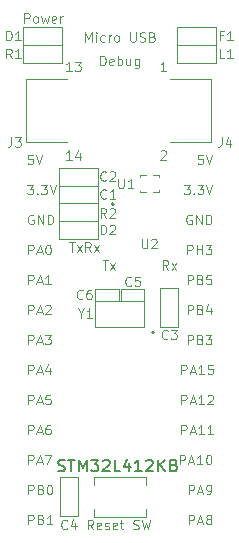
<source format=gto>
G04 #@! TF.GenerationSoftware,KiCad,Pcbnew,(5.1.9-0-10_14)*
G04 #@! TF.CreationDate,2021-06-20T22:22:13+09:00*
G04 #@! TF.ProjectId,EB-STM32L412KB,45422d53-544d-4333-924c-3431324b422e,V1.0*
G04 #@! TF.SameCoordinates,Original*
G04 #@! TF.FileFunction,Legend,Top*
G04 #@! TF.FilePolarity,Positive*
%FSLAX46Y46*%
G04 Gerber Fmt 4.6, Leading zero omitted, Abs format (unit mm)*
G04 Created by KiCad (PCBNEW (5.1.9-0-10_14)) date 2021-06-20 22:22:13*
%MOMM*%
%LPD*%
G01*
G04 APERTURE LIST*
%ADD10C,0.120000*%
%ADD11C,0.150000*%
%ADD12C,0.200000*%
G04 APERTURE END LIST*
D10*
X7046809Y438095D02*
X6665857Y438095D01*
X6627761Y57142D01*
X6665857Y95238D01*
X6742047Y133333D01*
X6932523Y133333D01*
X7008714Y95238D01*
X7046809Y57142D01*
X7084904Y-19047D01*
X7084904Y-209523D01*
X7046809Y-285714D01*
X7008714Y-323809D01*
X6932523Y-361904D01*
X6742047Y-361904D01*
X6665857Y-323809D01*
X6627761Y-285714D01*
X7313476Y438095D02*
X7580142Y-361904D01*
X7846809Y438095D01*
X5446809Y-2101904D02*
X5942047Y-2101904D01*
X5675380Y-2406666D01*
X5789666Y-2406666D01*
X5865857Y-2444761D01*
X5903952Y-2482857D01*
X5942047Y-2559047D01*
X5942047Y-2749523D01*
X5903952Y-2825714D01*
X5865857Y-2863809D01*
X5789666Y-2901904D01*
X5561095Y-2901904D01*
X5484904Y-2863809D01*
X5446809Y-2825714D01*
X6284904Y-2825714D02*
X6323000Y-2863809D01*
X6284904Y-2901904D01*
X6246809Y-2863809D01*
X6284904Y-2825714D01*
X6284904Y-2901904D01*
X6589666Y-2101904D02*
X7084904Y-2101904D01*
X6818238Y-2406666D01*
X6932523Y-2406666D01*
X7008714Y-2444761D01*
X7046809Y-2482857D01*
X7084904Y-2559047D01*
X7084904Y-2749523D01*
X7046809Y-2825714D01*
X7008714Y-2863809D01*
X6932523Y-2901904D01*
X6703952Y-2901904D01*
X6627761Y-2863809D01*
X6589666Y-2825714D01*
X7313476Y-2101904D02*
X7580142Y-2901904D01*
X7846809Y-2101904D01*
X6094428Y-4680000D02*
X6018238Y-4641904D01*
X5903952Y-4641904D01*
X5789666Y-4680000D01*
X5713476Y-4756190D01*
X5675380Y-4832380D01*
X5637285Y-4984761D01*
X5637285Y-5099047D01*
X5675380Y-5251428D01*
X5713476Y-5327619D01*
X5789666Y-5403809D01*
X5903952Y-5441904D01*
X5980142Y-5441904D01*
X6094428Y-5403809D01*
X6132523Y-5365714D01*
X6132523Y-5099047D01*
X5980142Y-5099047D01*
X6475380Y-5441904D02*
X6475380Y-4641904D01*
X6932523Y-5441904D01*
X6932523Y-4641904D01*
X7313476Y-5441904D02*
X7313476Y-4641904D01*
X7503952Y-4641904D01*
X7618238Y-4680000D01*
X7694428Y-4756190D01*
X7732523Y-4832380D01*
X7770619Y-4984761D01*
X7770619Y-5099047D01*
X7732523Y-5251428D01*
X7694428Y-5327619D01*
X7618238Y-5403809D01*
X7503952Y-5441904D01*
X7313476Y-5441904D01*
X5713476Y-7981904D02*
X5713476Y-7181904D01*
X6018238Y-7181904D01*
X6094428Y-7220000D01*
X6132523Y-7258095D01*
X6170619Y-7334285D01*
X6170619Y-7448571D01*
X6132523Y-7524761D01*
X6094428Y-7562857D01*
X6018238Y-7600952D01*
X5713476Y-7600952D01*
X6513476Y-7981904D02*
X6513476Y-7181904D01*
X6513476Y-7562857D02*
X6970619Y-7562857D01*
X6970619Y-7981904D02*
X6970619Y-7181904D01*
X7275380Y-7181904D02*
X7770619Y-7181904D01*
X7503952Y-7486666D01*
X7618238Y-7486666D01*
X7694428Y-7524761D01*
X7732523Y-7562857D01*
X7770619Y-7639047D01*
X7770619Y-7829523D01*
X7732523Y-7905714D01*
X7694428Y-7943809D01*
X7618238Y-7981904D01*
X7389666Y-7981904D01*
X7313476Y-7943809D01*
X7275380Y-7905714D01*
X5751571Y-10521904D02*
X5751571Y-9721904D01*
X6056333Y-9721904D01*
X6132523Y-9760000D01*
X6170619Y-9798095D01*
X6208714Y-9874285D01*
X6208714Y-9988571D01*
X6170619Y-10064761D01*
X6132523Y-10102857D01*
X6056333Y-10140952D01*
X5751571Y-10140952D01*
X6818238Y-10102857D02*
X6932523Y-10140952D01*
X6970619Y-10179047D01*
X7008714Y-10255238D01*
X7008714Y-10369523D01*
X6970619Y-10445714D01*
X6932523Y-10483809D01*
X6856333Y-10521904D01*
X6551571Y-10521904D01*
X6551571Y-9721904D01*
X6818238Y-9721904D01*
X6894428Y-9760000D01*
X6932523Y-9798095D01*
X6970619Y-9874285D01*
X6970619Y-9950476D01*
X6932523Y-10026666D01*
X6894428Y-10064761D01*
X6818238Y-10102857D01*
X6551571Y-10102857D01*
X7732523Y-9721904D02*
X7351571Y-9721904D01*
X7313476Y-10102857D01*
X7351571Y-10064761D01*
X7427761Y-10026666D01*
X7618238Y-10026666D01*
X7694428Y-10064761D01*
X7732523Y-10102857D01*
X7770619Y-10179047D01*
X7770619Y-10369523D01*
X7732523Y-10445714D01*
X7694428Y-10483809D01*
X7618238Y-10521904D01*
X7427761Y-10521904D01*
X7351571Y-10483809D01*
X7313476Y-10445714D01*
X5751571Y-13061904D02*
X5751571Y-12261904D01*
X6056333Y-12261904D01*
X6132523Y-12300000D01*
X6170619Y-12338095D01*
X6208714Y-12414285D01*
X6208714Y-12528571D01*
X6170619Y-12604761D01*
X6132523Y-12642857D01*
X6056333Y-12680952D01*
X5751571Y-12680952D01*
X6818238Y-12642857D02*
X6932523Y-12680952D01*
X6970619Y-12719047D01*
X7008714Y-12795238D01*
X7008714Y-12909523D01*
X6970619Y-12985714D01*
X6932523Y-13023809D01*
X6856333Y-13061904D01*
X6551571Y-13061904D01*
X6551571Y-12261904D01*
X6818238Y-12261904D01*
X6894428Y-12300000D01*
X6932523Y-12338095D01*
X6970619Y-12414285D01*
X6970619Y-12490476D01*
X6932523Y-12566666D01*
X6894428Y-12604761D01*
X6818238Y-12642857D01*
X6551571Y-12642857D01*
X7694428Y-12528571D02*
X7694428Y-13061904D01*
X7503952Y-12223809D02*
X7313476Y-12795238D01*
X7808714Y-12795238D01*
X5751571Y-15601904D02*
X5751571Y-14801904D01*
X6056333Y-14801904D01*
X6132523Y-14840000D01*
X6170619Y-14878095D01*
X6208714Y-14954285D01*
X6208714Y-15068571D01*
X6170619Y-15144761D01*
X6132523Y-15182857D01*
X6056333Y-15220952D01*
X5751571Y-15220952D01*
X6818238Y-15182857D02*
X6932523Y-15220952D01*
X6970619Y-15259047D01*
X7008714Y-15335238D01*
X7008714Y-15449523D01*
X6970619Y-15525714D01*
X6932523Y-15563809D01*
X6856333Y-15601904D01*
X6551571Y-15601904D01*
X6551571Y-14801904D01*
X6818238Y-14801904D01*
X6894428Y-14840000D01*
X6932523Y-14878095D01*
X6970619Y-14954285D01*
X6970619Y-15030476D01*
X6932523Y-15106666D01*
X6894428Y-15144761D01*
X6818238Y-15182857D01*
X6551571Y-15182857D01*
X7275380Y-14801904D02*
X7770619Y-14801904D01*
X7503952Y-15106666D01*
X7618238Y-15106666D01*
X7694428Y-15144761D01*
X7732523Y-15182857D01*
X7770619Y-15259047D01*
X7770619Y-15449523D01*
X7732523Y-15525714D01*
X7694428Y-15563809D01*
X7618238Y-15601904D01*
X7389666Y-15601904D01*
X7313476Y-15563809D01*
X7275380Y-15525714D01*
X5230952Y-18141904D02*
X5230952Y-17341904D01*
X5535714Y-17341904D01*
X5611904Y-17380000D01*
X5650000Y-17418095D01*
X5688095Y-17494285D01*
X5688095Y-17608571D01*
X5650000Y-17684761D01*
X5611904Y-17722857D01*
X5535714Y-17760952D01*
X5230952Y-17760952D01*
X5992857Y-17913333D02*
X6373809Y-17913333D01*
X5916666Y-18141904D02*
X6183333Y-17341904D01*
X6450000Y-18141904D01*
X7135714Y-18141904D02*
X6678571Y-18141904D01*
X6907142Y-18141904D02*
X6907142Y-17341904D01*
X6830952Y-17456190D01*
X6754761Y-17532380D01*
X6678571Y-17570476D01*
X7859523Y-17341904D02*
X7478571Y-17341904D01*
X7440476Y-17722857D01*
X7478571Y-17684761D01*
X7554761Y-17646666D01*
X7745238Y-17646666D01*
X7821428Y-17684761D01*
X7859523Y-17722857D01*
X7897619Y-17799047D01*
X7897619Y-17989523D01*
X7859523Y-18065714D01*
X7821428Y-18103809D01*
X7745238Y-18141904D01*
X7554761Y-18141904D01*
X7478571Y-18103809D01*
X7440476Y-18065714D01*
X5230952Y-20681904D02*
X5230952Y-19881904D01*
X5535714Y-19881904D01*
X5611904Y-19920000D01*
X5650000Y-19958095D01*
X5688095Y-20034285D01*
X5688095Y-20148571D01*
X5650000Y-20224761D01*
X5611904Y-20262857D01*
X5535714Y-20300952D01*
X5230952Y-20300952D01*
X5992857Y-20453333D02*
X6373809Y-20453333D01*
X5916666Y-20681904D02*
X6183333Y-19881904D01*
X6450000Y-20681904D01*
X7135714Y-20681904D02*
X6678571Y-20681904D01*
X6907142Y-20681904D02*
X6907142Y-19881904D01*
X6830952Y-19996190D01*
X6754761Y-20072380D01*
X6678571Y-20110476D01*
X7440476Y-19958095D02*
X7478571Y-19920000D01*
X7554761Y-19881904D01*
X7745238Y-19881904D01*
X7821428Y-19920000D01*
X7859523Y-19958095D01*
X7897619Y-20034285D01*
X7897619Y-20110476D01*
X7859523Y-20224761D01*
X7402380Y-20681904D01*
X7897619Y-20681904D01*
X5230952Y-23221904D02*
X5230952Y-22421904D01*
X5535714Y-22421904D01*
X5611904Y-22460000D01*
X5650000Y-22498095D01*
X5688095Y-22574285D01*
X5688095Y-22688571D01*
X5650000Y-22764761D01*
X5611904Y-22802857D01*
X5535714Y-22840952D01*
X5230952Y-22840952D01*
X5992857Y-22993333D02*
X6373809Y-22993333D01*
X5916666Y-23221904D02*
X6183333Y-22421904D01*
X6450000Y-23221904D01*
X7135714Y-23221904D02*
X6678571Y-23221904D01*
X6907142Y-23221904D02*
X6907142Y-22421904D01*
X6830952Y-22536190D01*
X6754761Y-22612380D01*
X6678571Y-22650476D01*
X7897619Y-23221904D02*
X7440476Y-23221904D01*
X7669047Y-23221904D02*
X7669047Y-22421904D01*
X7592857Y-22536190D01*
X7516666Y-22612380D01*
X7440476Y-22650476D01*
X5103952Y-25761904D02*
X5103952Y-24961904D01*
X5408714Y-24961904D01*
X5484904Y-25000000D01*
X5523000Y-25038095D01*
X5561095Y-25114285D01*
X5561095Y-25228571D01*
X5523000Y-25304761D01*
X5484904Y-25342857D01*
X5408714Y-25380952D01*
X5103952Y-25380952D01*
X5865857Y-25533333D02*
X6246809Y-25533333D01*
X5789666Y-25761904D02*
X6056333Y-24961904D01*
X6323000Y-25761904D01*
X7008714Y-25761904D02*
X6551571Y-25761904D01*
X6780142Y-25761904D02*
X6780142Y-24961904D01*
X6703952Y-25076190D01*
X6627761Y-25152380D01*
X6551571Y-25190476D01*
X7503952Y-24961904D02*
X7580142Y-24961904D01*
X7656333Y-25000000D01*
X7694428Y-25038095D01*
X7732523Y-25114285D01*
X7770619Y-25266666D01*
X7770619Y-25457142D01*
X7732523Y-25609523D01*
X7694428Y-25685714D01*
X7656333Y-25723809D01*
X7580142Y-25761904D01*
X7503952Y-25761904D01*
X7427761Y-25723809D01*
X7389666Y-25685714D01*
X7351571Y-25609523D01*
X7313476Y-25457142D01*
X7313476Y-25266666D01*
X7351571Y-25114285D01*
X7389666Y-25038095D01*
X7427761Y-25000000D01*
X7503952Y-24961904D01*
X5865857Y-28301904D02*
X5865857Y-27501904D01*
X6170619Y-27501904D01*
X6246809Y-27540000D01*
X6284904Y-27578095D01*
X6323000Y-27654285D01*
X6323000Y-27768571D01*
X6284904Y-27844761D01*
X6246809Y-27882857D01*
X6170619Y-27920952D01*
X5865857Y-27920952D01*
X6627761Y-28073333D02*
X7008714Y-28073333D01*
X6551571Y-28301904D02*
X6818238Y-27501904D01*
X7084904Y-28301904D01*
X7389666Y-28301904D02*
X7542047Y-28301904D01*
X7618238Y-28263809D01*
X7656333Y-28225714D01*
X7732523Y-28111428D01*
X7770619Y-27959047D01*
X7770619Y-27654285D01*
X7732523Y-27578095D01*
X7694428Y-27540000D01*
X7618238Y-27501904D01*
X7465857Y-27501904D01*
X7389666Y-27540000D01*
X7351571Y-27578095D01*
X7313476Y-27654285D01*
X7313476Y-27844761D01*
X7351571Y-27920952D01*
X7389666Y-27959047D01*
X7465857Y-27997142D01*
X7618238Y-27997142D01*
X7694428Y-27959047D01*
X7732523Y-27920952D01*
X7770619Y-27844761D01*
X5865857Y-30841904D02*
X5865857Y-30041904D01*
X6170619Y-30041904D01*
X6246809Y-30080000D01*
X6284904Y-30118095D01*
X6323000Y-30194285D01*
X6323000Y-30308571D01*
X6284904Y-30384761D01*
X6246809Y-30422857D01*
X6170619Y-30460952D01*
X5865857Y-30460952D01*
X6627761Y-30613333D02*
X7008714Y-30613333D01*
X6551571Y-30841904D02*
X6818238Y-30041904D01*
X7084904Y-30841904D01*
X7465857Y-30384761D02*
X7389666Y-30346666D01*
X7351571Y-30308571D01*
X7313476Y-30232380D01*
X7313476Y-30194285D01*
X7351571Y-30118095D01*
X7389666Y-30080000D01*
X7465857Y-30041904D01*
X7618238Y-30041904D01*
X7694428Y-30080000D01*
X7732523Y-30118095D01*
X7770619Y-30194285D01*
X7770619Y-30232380D01*
X7732523Y-30308571D01*
X7694428Y-30346666D01*
X7618238Y-30384761D01*
X7465857Y-30384761D01*
X7389666Y-30422857D01*
X7351571Y-30460952D01*
X7313476Y-30537142D01*
X7313476Y-30689523D01*
X7351571Y-30765714D01*
X7389666Y-30803809D01*
X7465857Y-30841904D01*
X7618238Y-30841904D01*
X7694428Y-30803809D01*
X7732523Y-30765714D01*
X7770619Y-30689523D01*
X7770619Y-30537142D01*
X7732523Y-30460952D01*
X7694428Y-30422857D01*
X7618238Y-30384761D01*
X-7732523Y-30841904D02*
X-7732523Y-30041904D01*
X-7427761Y-30041904D01*
X-7351571Y-30080000D01*
X-7313476Y-30118095D01*
X-7275380Y-30194285D01*
X-7275380Y-30308571D01*
X-7313476Y-30384761D01*
X-7351571Y-30422857D01*
X-7427761Y-30460952D01*
X-7732523Y-30460952D01*
X-6665857Y-30422857D02*
X-6551571Y-30460952D01*
X-6513476Y-30499047D01*
X-6475380Y-30575238D01*
X-6475380Y-30689523D01*
X-6513476Y-30765714D01*
X-6551571Y-30803809D01*
X-6627761Y-30841904D01*
X-6932523Y-30841904D01*
X-6932523Y-30041904D01*
X-6665857Y-30041904D01*
X-6589666Y-30080000D01*
X-6551571Y-30118095D01*
X-6513476Y-30194285D01*
X-6513476Y-30270476D01*
X-6551571Y-30346666D01*
X-6589666Y-30384761D01*
X-6665857Y-30422857D01*
X-6932523Y-30422857D01*
X-5713476Y-30841904D02*
X-6170619Y-30841904D01*
X-5942047Y-30841904D02*
X-5942047Y-30041904D01*
X-6018238Y-30156190D01*
X-6094428Y-30232380D01*
X-6170619Y-30270476D01*
X-7732523Y-28301904D02*
X-7732523Y-27501904D01*
X-7427761Y-27501904D01*
X-7351571Y-27540000D01*
X-7313476Y-27578095D01*
X-7275380Y-27654285D01*
X-7275380Y-27768571D01*
X-7313476Y-27844761D01*
X-7351571Y-27882857D01*
X-7427761Y-27920952D01*
X-7732523Y-27920952D01*
X-6665857Y-27882857D02*
X-6551571Y-27920952D01*
X-6513476Y-27959047D01*
X-6475380Y-28035238D01*
X-6475380Y-28149523D01*
X-6513476Y-28225714D01*
X-6551571Y-28263809D01*
X-6627761Y-28301904D01*
X-6932523Y-28301904D01*
X-6932523Y-27501904D01*
X-6665857Y-27501904D01*
X-6589666Y-27540000D01*
X-6551571Y-27578095D01*
X-6513476Y-27654285D01*
X-6513476Y-27730476D01*
X-6551571Y-27806666D01*
X-6589666Y-27844761D01*
X-6665857Y-27882857D01*
X-6932523Y-27882857D01*
X-5980142Y-27501904D02*
X-5903952Y-27501904D01*
X-5827761Y-27540000D01*
X-5789666Y-27578095D01*
X-5751571Y-27654285D01*
X-5713476Y-27806666D01*
X-5713476Y-27997142D01*
X-5751571Y-28149523D01*
X-5789666Y-28225714D01*
X-5827761Y-28263809D01*
X-5903952Y-28301904D01*
X-5980142Y-28301904D01*
X-6056333Y-28263809D01*
X-6094428Y-28225714D01*
X-6132523Y-28149523D01*
X-6170619Y-27997142D01*
X-6170619Y-27806666D01*
X-6132523Y-27654285D01*
X-6094428Y-27578095D01*
X-6056333Y-27540000D01*
X-5980142Y-27501904D01*
X-7732523Y-25761904D02*
X-7732523Y-24961904D01*
X-7427761Y-24961904D01*
X-7351571Y-25000000D01*
X-7313476Y-25038095D01*
X-7275380Y-25114285D01*
X-7275380Y-25228571D01*
X-7313476Y-25304761D01*
X-7351571Y-25342857D01*
X-7427761Y-25380952D01*
X-7732523Y-25380952D01*
X-6970619Y-25533333D02*
X-6589666Y-25533333D01*
X-7046809Y-25761904D02*
X-6780142Y-24961904D01*
X-6513476Y-25761904D01*
X-6323000Y-24961904D02*
X-5789666Y-24961904D01*
X-6132523Y-25761904D01*
X-7732523Y-23221904D02*
X-7732523Y-22421904D01*
X-7427761Y-22421904D01*
X-7351571Y-22460000D01*
X-7313476Y-22498095D01*
X-7275380Y-22574285D01*
X-7275380Y-22688571D01*
X-7313476Y-22764761D01*
X-7351571Y-22802857D01*
X-7427761Y-22840952D01*
X-7732523Y-22840952D01*
X-6970619Y-22993333D02*
X-6589666Y-22993333D01*
X-7046809Y-23221904D02*
X-6780142Y-22421904D01*
X-6513476Y-23221904D01*
X-5903952Y-22421904D02*
X-6056333Y-22421904D01*
X-6132523Y-22460000D01*
X-6170619Y-22498095D01*
X-6246809Y-22612380D01*
X-6284904Y-22764761D01*
X-6284904Y-23069523D01*
X-6246809Y-23145714D01*
X-6208714Y-23183809D01*
X-6132523Y-23221904D01*
X-5980142Y-23221904D01*
X-5903952Y-23183809D01*
X-5865857Y-23145714D01*
X-5827761Y-23069523D01*
X-5827761Y-22879047D01*
X-5865857Y-22802857D01*
X-5903952Y-22764761D01*
X-5980142Y-22726666D01*
X-6132523Y-22726666D01*
X-6208714Y-22764761D01*
X-6246809Y-22802857D01*
X-6284904Y-22879047D01*
X-7732523Y-20681904D02*
X-7732523Y-19881904D01*
X-7427761Y-19881904D01*
X-7351571Y-19920000D01*
X-7313476Y-19958095D01*
X-7275380Y-20034285D01*
X-7275380Y-20148571D01*
X-7313476Y-20224761D01*
X-7351571Y-20262857D01*
X-7427761Y-20300952D01*
X-7732523Y-20300952D01*
X-6970619Y-20453333D02*
X-6589666Y-20453333D01*
X-7046809Y-20681904D02*
X-6780142Y-19881904D01*
X-6513476Y-20681904D01*
X-5865857Y-19881904D02*
X-6246809Y-19881904D01*
X-6284904Y-20262857D01*
X-6246809Y-20224761D01*
X-6170619Y-20186666D01*
X-5980142Y-20186666D01*
X-5903952Y-20224761D01*
X-5865857Y-20262857D01*
X-5827761Y-20339047D01*
X-5827761Y-20529523D01*
X-5865857Y-20605714D01*
X-5903952Y-20643809D01*
X-5980142Y-20681904D01*
X-6170619Y-20681904D01*
X-6246809Y-20643809D01*
X-6284904Y-20605714D01*
X-7732523Y-18141904D02*
X-7732523Y-17341904D01*
X-7427761Y-17341904D01*
X-7351571Y-17380000D01*
X-7313476Y-17418095D01*
X-7275380Y-17494285D01*
X-7275380Y-17608571D01*
X-7313476Y-17684761D01*
X-7351571Y-17722857D01*
X-7427761Y-17760952D01*
X-7732523Y-17760952D01*
X-6970619Y-17913333D02*
X-6589666Y-17913333D01*
X-7046809Y-18141904D02*
X-6780142Y-17341904D01*
X-6513476Y-18141904D01*
X-5903952Y-17608571D02*
X-5903952Y-18141904D01*
X-6094428Y-17303809D02*
X-6284904Y-17875238D01*
X-5789666Y-17875238D01*
X-7732523Y-15601904D02*
X-7732523Y-14801904D01*
X-7427761Y-14801904D01*
X-7351571Y-14840000D01*
X-7313476Y-14878095D01*
X-7275380Y-14954285D01*
X-7275380Y-15068571D01*
X-7313476Y-15144761D01*
X-7351571Y-15182857D01*
X-7427761Y-15220952D01*
X-7732523Y-15220952D01*
X-6970619Y-15373333D02*
X-6589666Y-15373333D01*
X-7046809Y-15601904D02*
X-6780142Y-14801904D01*
X-6513476Y-15601904D01*
X-6323000Y-14801904D02*
X-5827761Y-14801904D01*
X-6094428Y-15106666D01*
X-5980142Y-15106666D01*
X-5903952Y-15144761D01*
X-5865857Y-15182857D01*
X-5827761Y-15259047D01*
X-5827761Y-15449523D01*
X-5865857Y-15525714D01*
X-5903952Y-15563809D01*
X-5980142Y-15601904D01*
X-6208714Y-15601904D01*
X-6284904Y-15563809D01*
X-6323000Y-15525714D01*
X-7732523Y-13061904D02*
X-7732523Y-12261904D01*
X-7427761Y-12261904D01*
X-7351571Y-12300000D01*
X-7313476Y-12338095D01*
X-7275380Y-12414285D01*
X-7275380Y-12528571D01*
X-7313476Y-12604761D01*
X-7351571Y-12642857D01*
X-7427761Y-12680952D01*
X-7732523Y-12680952D01*
X-6970619Y-12833333D02*
X-6589666Y-12833333D01*
X-7046809Y-13061904D02*
X-6780142Y-12261904D01*
X-6513476Y-13061904D01*
X-6284904Y-12338095D02*
X-6246809Y-12300000D01*
X-6170619Y-12261904D01*
X-5980142Y-12261904D01*
X-5903952Y-12300000D01*
X-5865857Y-12338095D01*
X-5827761Y-12414285D01*
X-5827761Y-12490476D01*
X-5865857Y-12604761D01*
X-6323000Y-13061904D01*
X-5827761Y-13061904D01*
X-7732523Y-10521904D02*
X-7732523Y-9721904D01*
X-7427761Y-9721904D01*
X-7351571Y-9760000D01*
X-7313476Y-9798095D01*
X-7275380Y-9874285D01*
X-7275380Y-9988571D01*
X-7313476Y-10064761D01*
X-7351571Y-10102857D01*
X-7427761Y-10140952D01*
X-7732523Y-10140952D01*
X-6970619Y-10293333D02*
X-6589666Y-10293333D01*
X-7046809Y-10521904D02*
X-6780142Y-9721904D01*
X-6513476Y-10521904D01*
X-5827761Y-10521904D02*
X-6284904Y-10521904D01*
X-6056333Y-10521904D02*
X-6056333Y-9721904D01*
X-6132523Y-9836190D01*
X-6208714Y-9912380D01*
X-6284904Y-9950476D01*
X-7732523Y-7981904D02*
X-7732523Y-7181904D01*
X-7427761Y-7181904D01*
X-7351571Y-7220000D01*
X-7313476Y-7258095D01*
X-7275380Y-7334285D01*
X-7275380Y-7448571D01*
X-7313476Y-7524761D01*
X-7351571Y-7562857D01*
X-7427761Y-7600952D01*
X-7732523Y-7600952D01*
X-6970619Y-7753333D02*
X-6589666Y-7753333D01*
X-7046809Y-7981904D02*
X-6780142Y-7181904D01*
X-6513476Y-7981904D01*
X-6094428Y-7181904D02*
X-6018238Y-7181904D01*
X-5942047Y-7220000D01*
X-5903952Y-7258095D01*
X-5865857Y-7334285D01*
X-5827761Y-7486666D01*
X-5827761Y-7677142D01*
X-5865857Y-7829523D01*
X-5903952Y-7905714D01*
X-5942047Y-7943809D01*
X-6018238Y-7981904D01*
X-6094428Y-7981904D01*
X-6170619Y-7943809D01*
X-6208714Y-7905714D01*
X-6246809Y-7829523D01*
X-6284904Y-7677142D01*
X-6284904Y-7486666D01*
X-6246809Y-7334285D01*
X-6208714Y-7258095D01*
X-6170619Y-7220000D01*
X-6094428Y-7181904D01*
X-7313476Y-4680000D02*
X-7389666Y-4641904D01*
X-7503952Y-4641904D01*
X-7618238Y-4680000D01*
X-7694428Y-4756190D01*
X-7732523Y-4832380D01*
X-7770619Y-4984761D01*
X-7770619Y-5099047D01*
X-7732523Y-5251428D01*
X-7694428Y-5327619D01*
X-7618238Y-5403809D01*
X-7503952Y-5441904D01*
X-7427761Y-5441904D01*
X-7313476Y-5403809D01*
X-7275380Y-5365714D01*
X-7275380Y-5099047D01*
X-7427761Y-5099047D01*
X-6932523Y-5441904D02*
X-6932523Y-4641904D01*
X-6475380Y-5441904D01*
X-6475380Y-4641904D01*
X-6094428Y-5441904D02*
X-6094428Y-4641904D01*
X-5903952Y-4641904D01*
X-5789666Y-4680000D01*
X-5713476Y-4756190D01*
X-5675380Y-4832380D01*
X-5637285Y-4984761D01*
X-5637285Y-5099047D01*
X-5675380Y-5251428D01*
X-5713476Y-5327619D01*
X-5789666Y-5403809D01*
X-5903952Y-5441904D01*
X-6094428Y-5441904D01*
X-7808714Y-2101904D02*
X-7313476Y-2101904D01*
X-7580142Y-2406666D01*
X-7465857Y-2406666D01*
X-7389666Y-2444761D01*
X-7351571Y-2482857D01*
X-7313476Y-2559047D01*
X-7313476Y-2749523D01*
X-7351571Y-2825714D01*
X-7389666Y-2863809D01*
X-7465857Y-2901904D01*
X-7694428Y-2901904D01*
X-7770619Y-2863809D01*
X-7808714Y-2825714D01*
X-6970619Y-2825714D02*
X-6932523Y-2863809D01*
X-6970619Y-2901904D01*
X-7008714Y-2863809D01*
X-6970619Y-2825714D01*
X-6970619Y-2901904D01*
X-6665857Y-2101904D02*
X-6170619Y-2101904D01*
X-6437285Y-2406666D01*
X-6323000Y-2406666D01*
X-6246809Y-2444761D01*
X-6208714Y-2482857D01*
X-6170619Y-2559047D01*
X-6170619Y-2749523D01*
X-6208714Y-2825714D01*
X-6246809Y-2863809D01*
X-6323000Y-2901904D01*
X-6551571Y-2901904D01*
X-6627761Y-2863809D01*
X-6665857Y-2825714D01*
X-5942047Y-2101904D02*
X-5675380Y-2901904D01*
X-5408714Y-2101904D01*
X-7351571Y438095D02*
X-7732523Y438095D01*
X-7770619Y57142D01*
X-7732523Y95238D01*
X-7656333Y133333D01*
X-7465857Y133333D01*
X-7389666Y95238D01*
X-7351571Y57142D01*
X-7313476Y-19047D01*
X-7313476Y-209523D01*
X-7351571Y-285714D01*
X-7389666Y-323809D01*
X-7465857Y-361904D01*
X-7656333Y-361904D01*
X-7732523Y-323809D01*
X-7770619Y-285714D01*
X-7084904Y438095D02*
X-6818238Y-361904D01*
X-6551571Y438095D01*
D11*
X-5223809Y-26304761D02*
X-5080952Y-26352380D01*
X-4842857Y-26352380D01*
X-4747619Y-26304761D01*
X-4700000Y-26257142D01*
X-4652380Y-26161904D01*
X-4652380Y-26066666D01*
X-4700000Y-25971428D01*
X-4747619Y-25923809D01*
X-4842857Y-25876190D01*
X-5033333Y-25828571D01*
X-5128571Y-25780952D01*
X-5176190Y-25733333D01*
X-5223809Y-25638095D01*
X-5223809Y-25542857D01*
X-5176190Y-25447619D01*
X-5128571Y-25400000D01*
X-5033333Y-25352380D01*
X-4795238Y-25352380D01*
X-4652380Y-25400000D01*
X-4366666Y-25352380D02*
X-3795238Y-25352380D01*
X-4080952Y-26352380D02*
X-4080952Y-25352380D01*
X-3461904Y-26352380D02*
X-3461904Y-25352380D01*
X-3128571Y-26066666D01*
X-2795238Y-25352380D01*
X-2795238Y-26352380D01*
X-2414285Y-25352380D02*
X-1795238Y-25352380D01*
X-2128571Y-25733333D01*
X-1985714Y-25733333D01*
X-1890476Y-25780952D01*
X-1842857Y-25828571D01*
X-1795238Y-25923809D01*
X-1795238Y-26161904D01*
X-1842857Y-26257142D01*
X-1890476Y-26304761D01*
X-1985714Y-26352380D01*
X-2271428Y-26352380D01*
X-2366666Y-26304761D01*
X-2414285Y-26257142D01*
X-1414285Y-25447619D02*
X-1366666Y-25400000D01*
X-1271428Y-25352380D01*
X-1033333Y-25352380D01*
X-938095Y-25400000D01*
X-890476Y-25447619D01*
X-842857Y-25542857D01*
X-842857Y-25638095D01*
X-890476Y-25780952D01*
X-1461904Y-26352380D01*
X-842857Y-26352380D01*
X61904Y-26352380D02*
X-414285Y-26352380D01*
X-414285Y-25352380D01*
X823809Y-25685714D02*
X823809Y-26352380D01*
X585714Y-25304761D02*
X347619Y-26019047D01*
X966666Y-26019047D01*
X1871428Y-26352380D02*
X1299999Y-26352380D01*
X1585714Y-26352380D02*
X1585714Y-25352380D01*
X1490476Y-25495238D01*
X1395238Y-25590476D01*
X1299999Y-25638095D01*
X2252380Y-25447619D02*
X2299999Y-25400000D01*
X2395238Y-25352380D01*
X2633333Y-25352380D01*
X2728571Y-25400000D01*
X2776190Y-25447619D01*
X2823809Y-25542857D01*
X2823809Y-25638095D01*
X2776190Y-25780952D01*
X2204761Y-26352380D01*
X2823809Y-26352380D01*
X3252380Y-26352380D02*
X3252380Y-25352380D01*
X3823809Y-26352380D02*
X3395238Y-25780952D01*
X3823809Y-25352380D02*
X3252380Y-25923809D01*
X4585714Y-25828571D02*
X4728571Y-25876190D01*
X4776190Y-25923809D01*
X4823809Y-26019047D01*
X4823809Y-26161904D01*
X4776190Y-26257142D01*
X4728571Y-26304761D01*
X4633333Y-26352380D01*
X4252380Y-26352380D01*
X4252380Y-25352380D01*
X4585714Y-25352380D01*
X4680952Y-25400000D01*
X4728571Y-25447619D01*
X4776190Y-25542857D01*
X4776190Y-25638095D01*
X4728571Y-25733333D01*
X4680952Y-25780952D01*
X4585714Y-25828571D01*
X4252380Y-25828571D01*
D10*
X4123809Y-9261904D02*
X3857142Y-8880952D01*
X3666666Y-9261904D02*
X3666666Y-8461904D01*
X3971428Y-8461904D01*
X4047619Y-8500000D01*
X4085714Y-8538095D01*
X4123809Y-8614285D01*
X4123809Y-8728571D01*
X4085714Y-8804761D01*
X4047619Y-8842857D01*
X3971428Y-8880952D01*
X3666666Y-8880952D01*
X4390476Y-9261904D02*
X4809523Y-8728571D01*
X4390476Y-8728571D02*
X4809523Y-9261904D01*
X-1452380Y-8461904D02*
X-995238Y-8461904D01*
X-1223809Y-9261904D02*
X-1223809Y-8461904D01*
X-804761Y-9261904D02*
X-385714Y-8728571D01*
X-804761Y-8728571D02*
X-385714Y-9261904D01*
X-4276190Y-6961904D02*
X-3819047Y-6961904D01*
X-4047619Y-7761904D02*
X-4047619Y-6961904D01*
X-3628571Y-7761904D02*
X-3209523Y-7228571D01*
X-3628571Y-7228571D02*
X-3209523Y-7761904D01*
X-2447619Y-7761904D02*
X-2714285Y-7380952D01*
X-2904761Y-7761904D02*
X-2904761Y-6961904D01*
X-2600000Y-6961904D01*
X-2523809Y-7000000D01*
X-2485714Y-7038095D01*
X-2447619Y-7114285D01*
X-2447619Y-7228571D01*
X-2485714Y-7304761D01*
X-2523809Y-7342857D01*
X-2600000Y-7380952D01*
X-2904761Y-7380952D01*
X-2180952Y-7761904D02*
X-1761904Y-7228571D01*
X-2180952Y-7228571D02*
X-1761904Y-7761904D01*
X-8080952Y11638095D02*
X-8080952Y12438095D01*
X-7776190Y12438095D01*
X-7700000Y12400000D01*
X-7661904Y12361904D01*
X-7623809Y12285714D01*
X-7623809Y12171428D01*
X-7661904Y12095238D01*
X-7700000Y12057142D01*
X-7776190Y12019047D01*
X-8080952Y12019047D01*
X-7166666Y11638095D02*
X-7242857Y11676190D01*
X-7280952Y11714285D01*
X-7319047Y11790476D01*
X-7319047Y12019047D01*
X-7280952Y12095238D01*
X-7242857Y12133333D01*
X-7166666Y12171428D01*
X-7052380Y12171428D01*
X-6976190Y12133333D01*
X-6938095Y12095238D01*
X-6900000Y12019047D01*
X-6900000Y11790476D01*
X-6938095Y11714285D01*
X-6976190Y11676190D01*
X-7052380Y11638095D01*
X-7166666Y11638095D01*
X-6633333Y12171428D02*
X-6480952Y11638095D01*
X-6328571Y12019047D01*
X-6176190Y11638095D01*
X-6023809Y12171428D01*
X-5414285Y11676190D02*
X-5490476Y11638095D01*
X-5642857Y11638095D01*
X-5719047Y11676190D01*
X-5757142Y11752380D01*
X-5757142Y12057142D01*
X-5719047Y12133333D01*
X-5642857Y12171428D01*
X-5490476Y12171428D01*
X-5414285Y12133333D01*
X-5376190Y12057142D01*
X-5376190Y11980952D01*
X-5757142Y11904761D01*
X-5033333Y11638095D02*
X-5033333Y12171428D01*
X-5033333Y12019047D02*
X-4995238Y12095238D01*
X-4957142Y12133333D01*
X-4880952Y12171428D01*
X-4804761Y12171428D01*
X-2233333Y-31261904D02*
X-2500000Y-30880952D01*
X-2690476Y-31261904D02*
X-2690476Y-30461904D01*
X-2385714Y-30461904D01*
X-2309523Y-30500000D01*
X-2271428Y-30538095D01*
X-2233333Y-30614285D01*
X-2233333Y-30728571D01*
X-2271428Y-30804761D01*
X-2309523Y-30842857D01*
X-2385714Y-30880952D01*
X-2690476Y-30880952D01*
X-1585714Y-31223809D02*
X-1661904Y-31261904D01*
X-1814285Y-31261904D01*
X-1890476Y-31223809D01*
X-1928571Y-31147619D01*
X-1928571Y-30842857D01*
X-1890476Y-30766666D01*
X-1814285Y-30728571D01*
X-1661904Y-30728571D01*
X-1585714Y-30766666D01*
X-1547619Y-30842857D01*
X-1547619Y-30919047D01*
X-1928571Y-30995238D01*
X-1242857Y-31223809D02*
X-1166666Y-31261904D01*
X-1014285Y-31261904D01*
X-938095Y-31223809D01*
X-900000Y-31147619D01*
X-900000Y-31109523D01*
X-938095Y-31033333D01*
X-1014285Y-30995238D01*
X-1128571Y-30995238D01*
X-1204761Y-30957142D01*
X-1242857Y-30880952D01*
X-1242857Y-30842857D01*
X-1204761Y-30766666D01*
X-1128571Y-30728571D01*
X-1014285Y-30728571D01*
X-938095Y-30766666D01*
X-252380Y-31223809D02*
X-328571Y-31261904D01*
X-480952Y-31261904D01*
X-557142Y-31223809D01*
X-595238Y-31147619D01*
X-595238Y-30842857D01*
X-557142Y-30766666D01*
X-480952Y-30728571D01*
X-328571Y-30728571D01*
X-252380Y-30766666D01*
X-214285Y-30842857D01*
X-214285Y-30919047D01*
X-595238Y-30995238D01*
X14285Y-30728571D02*
X319047Y-30728571D01*
X128571Y-30461904D02*
X128571Y-31147619D01*
X166666Y-31223809D01*
X242857Y-31261904D01*
X319047Y-31261904D01*
X1157142Y-31223809D02*
X1271428Y-31261904D01*
X1461904Y-31261904D01*
X1538095Y-31223809D01*
X1576190Y-31185714D01*
X1614285Y-31109523D01*
X1614285Y-31033333D01*
X1576190Y-30957142D01*
X1538095Y-30919047D01*
X1461904Y-30880952D01*
X1309523Y-30842857D01*
X1233333Y-30804761D01*
X1195238Y-30766666D01*
X1157142Y-30690476D01*
X1157142Y-30614285D01*
X1195238Y-30538095D01*
X1233333Y-30500000D01*
X1309523Y-30461904D01*
X1499999Y-30461904D01*
X1614285Y-30500000D01*
X1880952Y-30461904D02*
X2071428Y-31261904D01*
X2223809Y-30690476D01*
X2376190Y-31261904D01*
X2566666Y-30461904D01*
X-1638095Y8038095D02*
X-1638095Y8838095D01*
X-1447619Y8838095D01*
X-1333333Y8800000D01*
X-1257142Y8723809D01*
X-1219047Y8647619D01*
X-1180952Y8495238D01*
X-1180952Y8380952D01*
X-1219047Y8228571D01*
X-1257142Y8152380D01*
X-1333333Y8076190D01*
X-1447619Y8038095D01*
X-1638095Y8038095D01*
X-533333Y8076190D02*
X-609523Y8038095D01*
X-761904Y8038095D01*
X-838095Y8076190D01*
X-876190Y8152380D01*
X-876190Y8457142D01*
X-838095Y8533333D01*
X-761904Y8571428D01*
X-609523Y8571428D01*
X-533333Y8533333D01*
X-495238Y8457142D01*
X-495238Y8380952D01*
X-876190Y8304761D01*
X-152380Y8038095D02*
X-152380Y8838095D01*
X-152380Y8533333D02*
X-76190Y8571428D01*
X76190Y8571428D01*
X152380Y8533333D01*
X190476Y8495238D01*
X228571Y8419047D01*
X228571Y8190476D01*
X190476Y8114285D01*
X152380Y8076190D01*
X76190Y8038095D01*
X-76190Y8038095D01*
X-152380Y8076190D01*
X914285Y8571428D02*
X914285Y8038095D01*
X571428Y8571428D02*
X571428Y8152380D01*
X609523Y8076190D01*
X685714Y8038095D01*
X799999Y8038095D01*
X876190Y8076190D01*
X914285Y8114285D01*
X1638095Y8571428D02*
X1638095Y7923809D01*
X1599999Y7847619D01*
X1561904Y7809523D01*
X1485714Y7771428D01*
X1371428Y7771428D01*
X1295238Y7809523D01*
X1638095Y8076190D02*
X1561904Y8038095D01*
X1409523Y8038095D01*
X1333333Y8076190D01*
X1295238Y8114285D01*
X1257142Y8190476D01*
X1257142Y8419047D01*
X1295238Y8495238D01*
X1333333Y8533333D01*
X1409523Y8571428D01*
X1561904Y8571428D01*
X1638095Y8533333D01*
X-2914285Y10038095D02*
X-2914285Y10838095D01*
X-2647619Y10266666D01*
X-2380952Y10838095D01*
X-2380952Y10038095D01*
X-2000000Y10038095D02*
X-2000000Y10571428D01*
X-2000000Y10838095D02*
X-2038095Y10800000D01*
X-2000000Y10761904D01*
X-1961904Y10800000D01*
X-2000000Y10838095D01*
X-2000000Y10761904D01*
X-1276190Y10076190D02*
X-1352380Y10038095D01*
X-1504761Y10038095D01*
X-1580952Y10076190D01*
X-1619047Y10114285D01*
X-1657142Y10190476D01*
X-1657142Y10419047D01*
X-1619047Y10495238D01*
X-1580952Y10533333D01*
X-1504761Y10571428D01*
X-1352380Y10571428D01*
X-1276190Y10533333D01*
X-933333Y10038095D02*
X-933333Y10571428D01*
X-933333Y10419047D02*
X-895238Y10495238D01*
X-857142Y10533333D01*
X-780952Y10571428D01*
X-704761Y10571428D01*
X-323809Y10038095D02*
X-400000Y10076190D01*
X-438095Y10114285D01*
X-476190Y10190476D01*
X-476190Y10419047D01*
X-438095Y10495238D01*
X-400000Y10533333D01*
X-323809Y10571428D01*
X-209523Y10571428D01*
X-133333Y10533333D01*
X-95238Y10495238D01*
X-57142Y10419047D01*
X-57142Y10190476D01*
X-95238Y10114285D01*
X-133333Y10076190D01*
X-209523Y10038095D01*
X-323809Y10038095D01*
X895238Y10838095D02*
X895238Y10190476D01*
X933333Y10114285D01*
X971428Y10076190D01*
X1047619Y10038095D01*
X1200000Y10038095D01*
X1276190Y10076190D01*
X1314285Y10114285D01*
X1352380Y10190476D01*
X1352380Y10838095D01*
X1695238Y10076190D02*
X1809523Y10038095D01*
X2000000Y10038095D01*
X2076190Y10076190D01*
X2114285Y10114285D01*
X2152380Y10190476D01*
X2152380Y10266666D01*
X2114285Y10342857D01*
X2076190Y10380952D01*
X2000000Y10419047D01*
X1847619Y10457142D01*
X1771428Y10495238D01*
X1733333Y10533333D01*
X1695238Y10609523D01*
X1695238Y10685714D01*
X1733333Y10761904D01*
X1771428Y10800000D01*
X1847619Y10838095D01*
X2038095Y10838095D01*
X2152380Y10800000D01*
X2761904Y10457142D02*
X2876190Y10419047D01*
X2914285Y10380952D01*
X2952380Y10304761D01*
X2952380Y10190476D01*
X2914285Y10114285D01*
X2876190Y10076190D01*
X2800000Y10038095D01*
X2495238Y10038095D01*
X2495238Y10838095D01*
X2761904Y10838095D01*
X2838095Y10800000D01*
X2876190Y10761904D01*
X2914285Y10685714D01*
X2914285Y10609523D01*
X2876190Y10533333D01*
X2838095Y10495238D01*
X2761904Y10457142D01*
X2495238Y10457142D01*
X-7900000Y1500000D02*
X-4500000Y1500000D01*
X-7900000Y6900000D02*
X-7900000Y1500000D01*
X-4500000Y6900000D02*
X-7900000Y6900000D01*
X7700000Y6900000D02*
X4300000Y6900000D01*
X7700000Y1500000D02*
X4300000Y1500000D01*
X7700000Y6900000D02*
X7700000Y1500000D01*
X2100000Y-11900000D02*
X2100000Y-14100000D01*
X-2100000Y-11900000D02*
X2100000Y-11900000D01*
X-2100000Y-14100000D02*
X-2100000Y-11900000D01*
X2100000Y-14100000D02*
X-2100000Y-14100000D01*
D12*
X2900000Y-14600000D02*
G75*
G03*
X2900000Y-14600000I-100000J0D01*
G01*
X-500000Y-3750000D02*
G75*
G03*
X-500000Y-3750000I-100000J0D01*
G01*
D10*
X1700000Y-2700000D02*
X1700000Y-2600000D01*
X2200000Y-2700000D02*
X1700000Y-2700000D01*
X3300000Y-2700000D02*
X2800000Y-2700000D01*
X3300000Y-2500000D02*
X3300000Y-2700000D01*
X3300000Y-1300000D02*
X3300000Y-1400000D01*
X2800000Y-1300000D02*
X3300000Y-1300000D01*
X1700000Y-1300000D02*
X2200000Y-1300000D01*
X1700000Y-1400000D02*
X1700000Y-1300000D01*
X-2200000Y-30200000D02*
X-2200000Y-29500000D01*
X2200000Y-30200000D02*
X-2200000Y-30200000D01*
X2200000Y-29500000D02*
X2200000Y-30200000D01*
X2200000Y-26800000D02*
X2200000Y-27500000D01*
X-2200000Y-26800000D02*
X2200000Y-26800000D01*
X-2200000Y-27500000D02*
X-2200000Y-26800000D01*
X-1850000Y-3650000D02*
X-5150000Y-3650000D01*
X-1850000Y-5150000D02*
X-5150000Y-5150000D01*
X-5150000Y-5150000D02*
X-5150000Y-3650000D01*
X-1850000Y-5150000D02*
X-1850000Y-3650000D01*
X-8150000Y8250000D02*
X-4850000Y8250000D01*
X-8150000Y9750000D02*
X-4850000Y9750000D01*
X-4850000Y9750000D02*
X-4850000Y8250000D01*
X-8150000Y9750000D02*
X-8150000Y8250000D01*
X4850000Y8250000D02*
X8150000Y8250000D01*
X4850000Y9750000D02*
X8150000Y9750000D01*
X8150000Y9750000D02*
X8150000Y8250000D01*
X4850000Y9750000D02*
X4850000Y8250000D01*
X8150000Y11250000D02*
X4850000Y11250000D01*
X8150000Y9750000D02*
X4850000Y9750000D01*
X4850000Y9750000D02*
X4850000Y11250000D01*
X8150000Y9750000D02*
X8150000Y11250000D01*
X-1850000Y-5150000D02*
X-5150000Y-5150000D01*
X-1850000Y-6650000D02*
X-5150000Y-6650000D01*
X-5150000Y-6650000D02*
X-5150000Y-5150000D01*
X-1850000Y-6650000D02*
X-1850000Y-5150000D01*
X-4850000Y11250000D02*
X-8150000Y11250000D01*
X-4850000Y9750000D02*
X-8150000Y9750000D01*
X-8150000Y9750000D02*
X-8150000Y11250000D01*
X-4850000Y9750000D02*
X-4850000Y11250000D01*
X-100000Y-11900000D02*
X-100000Y-10900000D01*
X-2100000Y-11900000D02*
X-2100000Y-10900000D01*
X-2100000Y-11900000D02*
X-100000Y-11900000D01*
X-2100000Y-10900000D02*
X-100000Y-10900000D01*
X100000Y-10900000D02*
X100000Y-11900000D01*
X2100000Y-10900000D02*
X2100000Y-11900000D01*
X2100000Y-10900000D02*
X100000Y-10900000D01*
X2100000Y-11900000D02*
X100000Y-11900000D01*
X-5050000Y-26850000D02*
X-5050000Y-30150000D01*
X-3550000Y-26850000D02*
X-3550000Y-30150000D01*
X-3550000Y-30150000D02*
X-5050000Y-30150000D01*
X-3550000Y-26850000D02*
X-5050000Y-26850000D01*
X3450000Y-10850000D02*
X3450000Y-14150000D01*
X4950000Y-10850000D02*
X4950000Y-14150000D01*
X4950000Y-14150000D02*
X3450000Y-14150000D01*
X4950000Y-10850000D02*
X3450000Y-10850000D01*
X-1850000Y-650000D02*
X-5150000Y-650000D01*
X-1850000Y-2150000D02*
X-5150000Y-2150000D01*
X-5150000Y-2150000D02*
X-5150000Y-650000D01*
X-1850000Y-2150000D02*
X-1850000Y-650000D01*
X-1850000Y-2150000D02*
X-5150000Y-2150000D01*
X-1850000Y-3650000D02*
X-5150000Y-3650000D01*
X-5150000Y-3650000D02*
X-5150000Y-2150000D01*
X-1850000Y-3650000D02*
X-1850000Y-2150000D01*
X-4052380Y38095D02*
X-4509523Y38095D01*
X-4280952Y38095D02*
X-4280952Y838095D01*
X-4357142Y723809D01*
X-4433333Y647619D01*
X-4509523Y609523D01*
X-3366666Y571428D02*
X-3366666Y38095D01*
X-3557142Y876190D02*
X-3747619Y304761D01*
X-3252380Y304761D01*
X-4052380Y7538095D02*
X-4509523Y7538095D01*
X-4280952Y7538095D02*
X-4280952Y8338095D01*
X-4357142Y8223809D01*
X-4433333Y8147619D01*
X-4509523Y8109523D01*
X-3785714Y8338095D02*
X-3290476Y8338095D01*
X-3557142Y8033333D01*
X-3442857Y8033333D01*
X-3366666Y7995238D01*
X-3328571Y7957142D01*
X-3290476Y7880952D01*
X-3290476Y7690476D01*
X-3328571Y7614285D01*
X-3366666Y7576190D01*
X-3442857Y7538095D01*
X-3671428Y7538095D01*
X-3747619Y7576190D01*
X-3785714Y7614285D01*
X3471428Y761904D02*
X3509523Y800000D01*
X3585714Y838095D01*
X3776190Y838095D01*
X3852380Y800000D01*
X3890476Y761904D01*
X3928571Y685714D01*
X3928571Y609523D01*
X3890476Y495238D01*
X3433333Y38095D01*
X3928571Y38095D01*
X3928571Y7538095D02*
X3471428Y7538095D01*
X3700000Y7538095D02*
X3700000Y8338095D01*
X3623809Y8223809D01*
X3547619Y8147619D01*
X3471428Y8109523D01*
X-3280952Y-12980952D02*
X-3280952Y-13361904D01*
X-3547619Y-12561904D02*
X-3280952Y-12980952D01*
X-3014285Y-12561904D01*
X-2328571Y-13361904D02*
X-2785714Y-13361904D01*
X-2557142Y-13361904D02*
X-2557142Y-12561904D01*
X-2633333Y-12676190D01*
X-2709523Y-12752380D01*
X-2785714Y-12790476D01*
X1890476Y-6661904D02*
X1890476Y-7309523D01*
X1928571Y-7385714D01*
X1966666Y-7423809D01*
X2042857Y-7461904D01*
X2195238Y-7461904D01*
X2271428Y-7423809D01*
X2309523Y-7385714D01*
X2347619Y-7309523D01*
X2347619Y-6661904D01*
X2690476Y-6738095D02*
X2728571Y-6700000D01*
X2804761Y-6661904D01*
X2995238Y-6661904D01*
X3071428Y-6700000D01*
X3109523Y-6738095D01*
X3147619Y-6814285D01*
X3147619Y-6890476D01*
X3109523Y-7004761D01*
X2652380Y-7461904D01*
X3147619Y-7461904D01*
X-109523Y-1561904D02*
X-109523Y-2209523D01*
X-71428Y-2285714D01*
X-33333Y-2323809D01*
X42857Y-2361904D01*
X195238Y-2361904D01*
X271428Y-2323809D01*
X309523Y-2285714D01*
X347619Y-2209523D01*
X347619Y-1561904D01*
X1147619Y-2361904D02*
X690476Y-2361904D01*
X919047Y-2361904D02*
X919047Y-1561904D01*
X842857Y-1676190D01*
X766666Y-1752380D01*
X690476Y-1790476D01*
X-1133333Y-4861904D02*
X-1400000Y-4480952D01*
X-1590476Y-4861904D02*
X-1590476Y-4061904D01*
X-1285714Y-4061904D01*
X-1209523Y-4100000D01*
X-1171428Y-4138095D01*
X-1133333Y-4214285D01*
X-1133333Y-4328571D01*
X-1171428Y-4404761D01*
X-1209523Y-4442857D01*
X-1285714Y-4480952D01*
X-1590476Y-4480952D01*
X-828571Y-4138095D02*
X-790476Y-4100000D01*
X-714285Y-4061904D01*
X-523809Y-4061904D01*
X-447619Y-4100000D01*
X-409523Y-4138095D01*
X-371428Y-4214285D01*
X-371428Y-4290476D01*
X-409523Y-4404761D01*
X-866666Y-4861904D01*
X-371428Y-4861904D01*
X-9133333Y8638095D02*
X-9400000Y9019047D01*
X-9590476Y8638095D02*
X-9590476Y9438095D01*
X-9285714Y9438095D01*
X-9209523Y9400000D01*
X-9171428Y9361904D01*
X-9133333Y9285714D01*
X-9133333Y9171428D01*
X-9171428Y9095238D01*
X-9209523Y9057142D01*
X-9285714Y9019047D01*
X-9590476Y9019047D01*
X-8371428Y8638095D02*
X-8828571Y8638095D01*
X-8600000Y8638095D02*
X-8600000Y9438095D01*
X-8676190Y9323809D01*
X-8752380Y9247619D01*
X-8828571Y9209523D01*
X8866666Y8638095D02*
X8485714Y8638095D01*
X8485714Y9438095D01*
X9552380Y8638095D02*
X9095238Y8638095D01*
X9323809Y8638095D02*
X9323809Y9438095D01*
X9247619Y9323809D01*
X9171428Y9247619D01*
X9095238Y9209523D01*
X8623333Y1938095D02*
X8623333Y1366666D01*
X8585238Y1252380D01*
X8509047Y1176190D01*
X8394761Y1138095D01*
X8318571Y1138095D01*
X9347142Y1671428D02*
X9347142Y1138095D01*
X9156666Y1976190D02*
X8966190Y1404761D01*
X9461428Y1404761D01*
X-9166666Y1938095D02*
X-9166666Y1366666D01*
X-9204761Y1252380D01*
X-9280952Y1176190D01*
X-9395238Y1138095D01*
X-9471428Y1138095D01*
X-8861904Y1938095D02*
X-8366666Y1938095D01*
X-8633333Y1633333D01*
X-8519047Y1633333D01*
X-8442857Y1595238D01*
X-8404761Y1557142D01*
X-8366666Y1480952D01*
X-8366666Y1290476D01*
X-8404761Y1214285D01*
X-8442857Y1176190D01*
X-8519047Y1138095D01*
X-8747619Y1138095D01*
X-8823809Y1176190D01*
X-8861904Y1214285D01*
X8733333Y10557142D02*
X8466666Y10557142D01*
X8466666Y10138095D02*
X8466666Y10938095D01*
X8847619Y10938095D01*
X9571428Y10138095D02*
X9114285Y10138095D01*
X9342857Y10138095D02*
X9342857Y10938095D01*
X9266666Y10823809D01*
X9190476Y10747619D01*
X9114285Y10709523D01*
X-1590476Y-6261904D02*
X-1590476Y-5461904D01*
X-1400000Y-5461904D01*
X-1285714Y-5500000D01*
X-1209523Y-5576190D01*
X-1171428Y-5652380D01*
X-1133333Y-5804761D01*
X-1133333Y-5919047D01*
X-1171428Y-6071428D01*
X-1209523Y-6147619D01*
X-1285714Y-6223809D01*
X-1400000Y-6261904D01*
X-1590476Y-6261904D01*
X-828571Y-5538095D02*
X-790476Y-5500000D01*
X-714285Y-5461904D01*
X-523809Y-5461904D01*
X-447619Y-5500000D01*
X-409523Y-5538095D01*
X-371428Y-5614285D01*
X-371428Y-5690476D01*
X-409523Y-5804761D01*
X-866666Y-6261904D01*
X-371428Y-6261904D01*
X-9590476Y10138095D02*
X-9590476Y10938095D01*
X-9400000Y10938095D01*
X-9285714Y10900000D01*
X-9209523Y10823809D01*
X-9171428Y10747619D01*
X-9133333Y10595238D01*
X-9133333Y10480952D01*
X-9171428Y10328571D01*
X-9209523Y10252380D01*
X-9285714Y10176190D01*
X-9400000Y10138095D01*
X-9590476Y10138095D01*
X-8371428Y10138095D02*
X-8828571Y10138095D01*
X-8600000Y10138095D02*
X-8600000Y10938095D01*
X-8676190Y10823809D01*
X-8752380Y10747619D01*
X-8828571Y10709523D01*
X-3133333Y-11685714D02*
X-3171428Y-11723809D01*
X-3285714Y-11761904D01*
X-3361904Y-11761904D01*
X-3476190Y-11723809D01*
X-3552380Y-11647619D01*
X-3590476Y-11571428D01*
X-3628571Y-11419047D01*
X-3628571Y-11304761D01*
X-3590476Y-11152380D01*
X-3552380Y-11076190D01*
X-3476190Y-11000000D01*
X-3361904Y-10961904D01*
X-3285714Y-10961904D01*
X-3171428Y-11000000D01*
X-3133333Y-11038095D01*
X-2447619Y-10961904D02*
X-2600000Y-10961904D01*
X-2676190Y-11000000D01*
X-2714285Y-11038095D01*
X-2790476Y-11152380D01*
X-2828571Y-11304761D01*
X-2828571Y-11609523D01*
X-2790476Y-11685714D01*
X-2752380Y-11723809D01*
X-2676190Y-11761904D01*
X-2523809Y-11761904D01*
X-2447619Y-11723809D01*
X-2409523Y-11685714D01*
X-2371428Y-11609523D01*
X-2371428Y-11419047D01*
X-2409523Y-11342857D01*
X-2447619Y-11304761D01*
X-2523809Y-11266666D01*
X-2676190Y-11266666D01*
X-2752380Y-11304761D01*
X-2790476Y-11342857D01*
X-2828571Y-11419047D01*
X966666Y-10585714D02*
X928571Y-10623809D01*
X814285Y-10661904D01*
X738095Y-10661904D01*
X623809Y-10623809D01*
X547619Y-10547619D01*
X509523Y-10471428D01*
X471428Y-10319047D01*
X471428Y-10204761D01*
X509523Y-10052380D01*
X547619Y-9976190D01*
X623809Y-9900000D01*
X738095Y-9861904D01*
X814285Y-9861904D01*
X928571Y-9900000D01*
X966666Y-9938095D01*
X1690476Y-9861904D02*
X1309523Y-9861904D01*
X1271428Y-10242857D01*
X1309523Y-10204761D01*
X1385714Y-10166666D01*
X1576190Y-10166666D01*
X1652380Y-10204761D01*
X1690476Y-10242857D01*
X1728571Y-10319047D01*
X1728571Y-10509523D01*
X1690476Y-10585714D01*
X1652380Y-10623809D01*
X1576190Y-10661904D01*
X1385714Y-10661904D01*
X1309523Y-10623809D01*
X1271428Y-10585714D01*
X-4433333Y-31185714D02*
X-4471428Y-31223809D01*
X-4585714Y-31261904D01*
X-4661904Y-31261904D01*
X-4776190Y-31223809D01*
X-4852380Y-31147619D01*
X-4890476Y-31071428D01*
X-4928571Y-30919047D01*
X-4928571Y-30804761D01*
X-4890476Y-30652380D01*
X-4852380Y-30576190D01*
X-4776190Y-30500000D01*
X-4661904Y-30461904D01*
X-4585714Y-30461904D01*
X-4471428Y-30500000D01*
X-4433333Y-30538095D01*
X-3747619Y-30728571D02*
X-3747619Y-31261904D01*
X-3938095Y-30423809D02*
X-4128571Y-30995238D01*
X-3633333Y-30995238D01*
X4066666Y-15085714D02*
X4028571Y-15123809D01*
X3914285Y-15161904D01*
X3838095Y-15161904D01*
X3723809Y-15123809D01*
X3647619Y-15047619D01*
X3609523Y-14971428D01*
X3571428Y-14819047D01*
X3571428Y-14704761D01*
X3609523Y-14552380D01*
X3647619Y-14476190D01*
X3723809Y-14400000D01*
X3838095Y-14361904D01*
X3914285Y-14361904D01*
X4028571Y-14400000D01*
X4066666Y-14438095D01*
X4333333Y-14361904D02*
X4828571Y-14361904D01*
X4561904Y-14666666D01*
X4676190Y-14666666D01*
X4752380Y-14704761D01*
X4790476Y-14742857D01*
X4828571Y-14819047D01*
X4828571Y-15009523D01*
X4790476Y-15085714D01*
X4752380Y-15123809D01*
X4676190Y-15161904D01*
X4447619Y-15161904D01*
X4371428Y-15123809D01*
X4333333Y-15085714D01*
X-1133333Y-1685714D02*
X-1171428Y-1723809D01*
X-1285714Y-1761904D01*
X-1361904Y-1761904D01*
X-1476190Y-1723809D01*
X-1552380Y-1647619D01*
X-1590476Y-1571428D01*
X-1628571Y-1419047D01*
X-1628571Y-1304761D01*
X-1590476Y-1152380D01*
X-1552380Y-1076190D01*
X-1476190Y-1000000D01*
X-1361904Y-961904D01*
X-1285714Y-961904D01*
X-1171428Y-1000000D01*
X-1133333Y-1038095D01*
X-828571Y-1038095D02*
X-790476Y-1000000D01*
X-714285Y-961904D01*
X-523809Y-961904D01*
X-447619Y-1000000D01*
X-409523Y-1038095D01*
X-371428Y-1114285D01*
X-371428Y-1190476D01*
X-409523Y-1304761D01*
X-866666Y-1761904D01*
X-371428Y-1761904D01*
X-1133333Y-3185714D02*
X-1171428Y-3223809D01*
X-1285714Y-3261904D01*
X-1361904Y-3261904D01*
X-1476190Y-3223809D01*
X-1552380Y-3147619D01*
X-1590476Y-3071428D01*
X-1628571Y-2919047D01*
X-1628571Y-2804761D01*
X-1590476Y-2652380D01*
X-1552380Y-2576190D01*
X-1476190Y-2500000D01*
X-1361904Y-2461904D01*
X-1285714Y-2461904D01*
X-1171428Y-2500000D01*
X-1133333Y-2538095D01*
X-371428Y-3261904D02*
X-828571Y-3261904D01*
X-600000Y-3261904D02*
X-600000Y-2461904D01*
X-676190Y-2576190D01*
X-752380Y-2652380D01*
X-828571Y-2690476D01*
M02*

</source>
